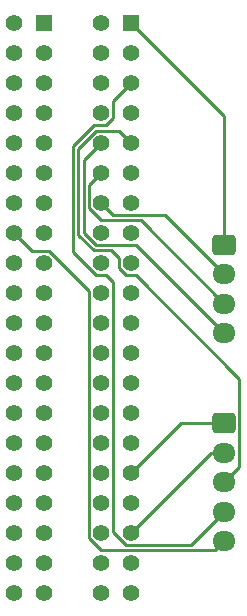
<source format=gbr>
%TF.GenerationSoftware,KiCad,Pcbnew,7.0.5*%
%TF.CreationDate,2023-12-19T10:58:39-08:00*%
%TF.ProjectId,Pi2_PiHat,5069325f-5069-4486-9174-2e6b69636164,rev?*%
%TF.SameCoordinates,Original*%
%TF.FileFunction,Copper,L1,Top*%
%TF.FilePolarity,Positive*%
%FSLAX46Y46*%
G04 Gerber Fmt 4.6, Leading zero omitted, Abs format (unit mm)*
G04 Created by KiCad (PCBNEW 7.0.5) date 2023-12-19 10:58:39*
%MOMM*%
%LPD*%
G01*
G04 APERTURE LIST*
G04 Aperture macros list*
%AMRoundRect*
0 Rectangle with rounded corners*
0 $1 Rounding radius*
0 $2 $3 $4 $5 $6 $7 $8 $9 X,Y pos of 4 corners*
0 Add a 4 corners polygon primitive as box body*
4,1,4,$2,$3,$4,$5,$6,$7,$8,$9,$2,$3,0*
0 Add four circle primitives for the rounded corners*
1,1,$1+$1,$2,$3*
1,1,$1+$1,$4,$5*
1,1,$1+$1,$6,$7*
1,1,$1+$1,$8,$9*
0 Add four rect primitives between the rounded corners*
20,1,$1+$1,$2,$3,$4,$5,0*
20,1,$1+$1,$4,$5,$6,$7,0*
20,1,$1+$1,$6,$7,$8,$9,0*
20,1,$1+$1,$8,$9,$2,$3,0*%
G04 Aperture macros list end*
%TA.AperFunction,ComponentPad*%
%ADD10RoundRect,0.250000X-0.725000X0.600000X-0.725000X-0.600000X0.725000X-0.600000X0.725000X0.600000X0*%
%TD*%
%TA.AperFunction,ComponentPad*%
%ADD11O,1.950000X1.700000*%
%TD*%
%TA.AperFunction,ComponentPad*%
%ADD12C,1.398000*%
%TD*%
%TA.AperFunction,ComponentPad*%
%ADD13R,1.398000X1.398000*%
%TD*%
%TA.AperFunction,Conductor*%
%ADD14C,0.250000*%
%TD*%
G04 APERTURE END LIST*
D10*
%TO.P,Ultrasonic2,1,Pin_1*%
%TO.N,Net-(Out1-Pin_2)*%
X86360000Y-81400000D03*
D11*
%TO.P,Ultrasonic2,2,Pin_2*%
%TO.N,Net-(Out1-Pin_13)*%
X86360000Y-83900000D03*
%TO.P,Ultrasonic2,3,Pin_3*%
%TO.N,Net-(Out1-Pin_11)*%
X86360000Y-86400000D03*
%TO.P,Ultrasonic2,4,Pin_4*%
%TO.N,Net-(Out1-Pin_9)*%
X86360000Y-88900000D03*
%TD*%
D12*
%TO.P,Out1,1,Pin_1*%
%TO.N,Net-(Out1-Pin_1)*%
X68585000Y-62640000D03*
D13*
%TO.P,Out1,2,Pin_2*%
%TO.N,Net-(Out1-Pin_2)*%
X71125000Y-62640000D03*
D12*
%TO.P,Out1,3,Pin_3*%
%TO.N,Net-(Out1-Pin_3)*%
X68585000Y-65180000D03*
%TO.P,Out1,4,Pin_4*%
%TO.N,Net-(Out1-Pin_4)*%
X71125000Y-65180000D03*
%TO.P,Out1,5,Pin_5*%
%TO.N,Net-(Out1-Pin_5)*%
X68585000Y-67720000D03*
%TO.P,Out1,6,Pin_6*%
%TO.N,Net-(Out1-Pin_6)*%
X71125000Y-67720000D03*
%TO.P,Out1,7,Pin_7*%
%TO.N,Net-(Out1-Pin_7)*%
X68585000Y-70260000D03*
%TO.P,Out1,8,Pin_8*%
%TO.N,Net-(Out1-Pin_8)*%
X71125000Y-70260000D03*
%TO.P,Out1,9,Pin_9*%
%TO.N,Net-(Out1-Pin_9)*%
X68585000Y-72800000D03*
%TO.P,Out1,10,Pin_10*%
%TO.N,Net-(Out1-Pin_10)*%
X71125000Y-72800000D03*
%TO.P,Out1,11,Pin_11*%
%TO.N,Net-(Out1-Pin_11)*%
X68585000Y-75340000D03*
%TO.P,Out1,12,Pin_12*%
%TO.N,Net-(Out1-Pin_12)*%
X71125000Y-75340000D03*
%TO.P,Out1,13,Pin_13*%
%TO.N,Net-(Out1-Pin_13)*%
X68585000Y-77880000D03*
%TO.P,Out1,14,Pin_14*%
%TO.N,Net-(Out1-Pin_14)*%
X71125000Y-77880000D03*
%TO.P,Out1,15,Pin_15*%
%TO.N,Net-(Out1-Pin_15)*%
X68585000Y-80420000D03*
%TO.P,Out1,16,Pin_16*%
%TO.N,Net-(Out1-Pin_16)*%
X71125000Y-80420000D03*
%TO.P,Out1,17,Pin_17*%
%TO.N,Net-(Out1-Pin_17)*%
X68585000Y-82960000D03*
%TO.P,Out1,18,Pin_18*%
%TO.N,Net-(Out1-Pin_18)*%
X71125000Y-82960000D03*
%TO.P,Out1,19,Pin_19*%
%TO.N,Net-(Out1-Pin_19)*%
X68585000Y-85500000D03*
%TO.P,Out1,20,Pin_20*%
%TO.N,Net-(Out1-Pin_20)*%
X71125000Y-85500000D03*
%TO.P,Out1,21,Pin_21*%
%TO.N,Net-(Out1-Pin_21)*%
X68585000Y-88040000D03*
%TO.P,Out1,22,Pin_22*%
%TO.N,Net-(Out1-Pin_22)*%
X71125000Y-88040000D03*
%TO.P,Out1,23,Pin_23*%
%TO.N,Net-(Out1-Pin_23)*%
X68585000Y-90580000D03*
%TO.P,Out1,24,Pin_24*%
%TO.N,Net-(Out1-Pin_24)*%
X71125000Y-90580000D03*
%TO.P,Out1,25,Pin_25*%
%TO.N,Net-(Out1-Pin_25)*%
X68585000Y-93120000D03*
%TO.P,Out1,26,Pin_26*%
%TO.N,Net-(Out1-Pin_26)*%
X71125000Y-93120000D03*
%TO.P,Out1,27,Pin_27*%
%TO.N,Net-(Out1-Pin_27)*%
X68585000Y-95660000D03*
%TO.P,Out1,28,Pin_28*%
%TO.N,Net-(Out1-Pin_28)*%
X71125000Y-95660000D03*
%TO.P,Out1,29,Pin_29*%
%TO.N,Net-(Out1-Pin_29)*%
X68585000Y-98200000D03*
%TO.P,Out1,30,Pin_30*%
%TO.N,Net-(Out1-Pin_30)*%
X71125000Y-98200000D03*
%TO.P,Out1,31,Pin_31*%
%TO.N,Net-(Out1-Pin_31)*%
X68585000Y-100740000D03*
%TO.P,Out1,32,Pin_32*%
%TO.N,Net-(Out1-Pin_32)*%
X71125000Y-100740000D03*
%TO.P,Out1,33,Pin_33*%
%TO.N,Net-(Out1-Pin_33)*%
X68585000Y-103280000D03*
%TO.P,Out1,34,Pin_34*%
%TO.N,Net-(Out1-Pin_34)*%
X71125000Y-103280000D03*
%TO.P,Out1,35,Pin_35*%
%TO.N,Net-(Out1-Pin_35)*%
X68585000Y-105820000D03*
%TO.P,Out1,36,Pin_36*%
%TO.N,Net-(Out1-Pin_36)*%
X71125000Y-105820000D03*
%TO.P,Out1,37,Pin_37*%
%TO.N,Net-(Out1-Pin_37)*%
X68585000Y-108360000D03*
%TO.P,Out1,38,Pin_38*%
%TO.N,Net-(Out1-Pin_38)*%
X71125000Y-108360000D03*
%TO.P,Out1,39,Pin_39*%
%TO.N,Net-(Out1-Pin_39)*%
X68585000Y-110900000D03*
%TO.P,Out1,40,Pin_40*%
%TO.N,Net-(Out1-Pin_40)*%
X71125000Y-110900000D03*
%TD*%
%TO.P,PI_to_Header1,1,Pin_1*%
%TO.N,Net-(Out1-Pin_1)*%
X75940000Y-62640000D03*
D13*
%TO.P,PI_to_Header1,2,Pin_2*%
%TO.N,Net-(Out1-Pin_2)*%
X78480000Y-62640000D03*
D12*
%TO.P,PI_to_Header1,3,Pin_3*%
%TO.N,Net-(Out1-Pin_3)*%
X75940000Y-65180000D03*
%TO.P,PI_to_Header1,4,Pin_4*%
%TO.N,Net-(Out1-Pin_4)*%
X78480000Y-65180000D03*
%TO.P,PI_to_Header1,5,Pin_5*%
%TO.N,Net-(Out1-Pin_5)*%
X75940000Y-67720000D03*
%TO.P,PI_to_Header1,6,Pin_6*%
%TO.N,Net-(Out1-Pin_6)*%
X78480000Y-67720000D03*
%TO.P,PI_to_Header1,7,Pin_7*%
%TO.N,Net-(Out1-Pin_7)*%
X75940000Y-70260000D03*
%TO.P,PI_to_Header1,8,Pin_8*%
%TO.N,Net-(Out1-Pin_8)*%
X78480000Y-70260000D03*
%TO.P,PI_to_Header1,9,Pin_9*%
%TO.N,Net-(Out1-Pin_9)*%
X75940000Y-72800000D03*
%TO.P,PI_to_Header1,10,Pin_10*%
%TO.N,Net-(Out1-Pin_10)*%
X78480000Y-72800000D03*
%TO.P,PI_to_Header1,11,Pin_11*%
%TO.N,Net-(Out1-Pin_11)*%
X75940000Y-75340000D03*
%TO.P,PI_to_Header1,12,Pin_12*%
%TO.N,Net-(Out1-Pin_12)*%
X78480000Y-75340000D03*
%TO.P,PI_to_Header1,13,Pin_13*%
%TO.N,Net-(Out1-Pin_13)*%
X75940000Y-77880000D03*
%TO.P,PI_to_Header1,14,Pin_14*%
%TO.N,Net-(Out1-Pin_14)*%
X78480000Y-77880000D03*
%TO.P,PI_to_Header1,15,Pin_15*%
%TO.N,Net-(Out1-Pin_15)*%
X75940000Y-80420000D03*
%TO.P,PI_to_Header1,16,Pin_16*%
%TO.N,Net-(Out1-Pin_16)*%
X78480000Y-80420000D03*
%TO.P,PI_to_Header1,17,Pin_17*%
%TO.N,Net-(Out1-Pin_17)*%
X75940000Y-82960000D03*
%TO.P,PI_to_Header1,18,Pin_18*%
%TO.N,Net-(Out1-Pin_18)*%
X78480000Y-82960000D03*
%TO.P,PI_to_Header1,19,Pin_19*%
%TO.N,Net-(Out1-Pin_19)*%
X75940000Y-85500000D03*
%TO.P,PI_to_Header1,20,Pin_20*%
%TO.N,Net-(Out1-Pin_20)*%
X78480000Y-85500000D03*
%TO.P,PI_to_Header1,21,Pin_21*%
%TO.N,Net-(Out1-Pin_21)*%
X75940000Y-88040000D03*
%TO.P,PI_to_Header1,22,Pin_22*%
%TO.N,Net-(Out1-Pin_22)*%
X78480000Y-88040000D03*
%TO.P,PI_to_Header1,23,Pin_23*%
%TO.N,Net-(Out1-Pin_23)*%
X75940000Y-90580000D03*
%TO.P,PI_to_Header1,24,Pin_24*%
%TO.N,Net-(Out1-Pin_24)*%
X78480000Y-90580000D03*
%TO.P,PI_to_Header1,25,Pin_25*%
%TO.N,Net-(Out1-Pin_25)*%
X75940000Y-93120000D03*
%TO.P,PI_to_Header1,26,Pin_26*%
%TO.N,Net-(Out1-Pin_26)*%
X78480000Y-93120000D03*
%TO.P,PI_to_Header1,27,Pin_27*%
%TO.N,Net-(Out1-Pin_27)*%
X75940000Y-95660000D03*
%TO.P,PI_to_Header1,28,Pin_28*%
%TO.N,Net-(Out1-Pin_28)*%
X78480000Y-95660000D03*
%TO.P,PI_to_Header1,29,Pin_29*%
%TO.N,Net-(Out1-Pin_29)*%
X75940000Y-98200000D03*
%TO.P,PI_to_Header1,30,Pin_30*%
%TO.N,Net-(Out1-Pin_30)*%
X78480000Y-98200000D03*
%TO.P,PI_to_Header1,31,Pin_31*%
%TO.N,Net-(Out1-Pin_31)*%
X75940000Y-100740000D03*
%TO.P,PI_to_Header1,32,Pin_32*%
%TO.N,Net-(Out1-Pin_32)*%
X78480000Y-100740000D03*
%TO.P,PI_to_Header1,33,Pin_33*%
%TO.N,Net-(Out1-Pin_33)*%
X75940000Y-103280000D03*
%TO.P,PI_to_Header1,34,Pin_34*%
%TO.N,Net-(Out1-Pin_34)*%
X78480000Y-103280000D03*
%TO.P,PI_to_Header1,35,Pin_35*%
%TO.N,Net-(Out1-Pin_35)*%
X75940000Y-105820000D03*
%TO.P,PI_to_Header1,36,Pin_36*%
%TO.N,Net-(Out1-Pin_36)*%
X78480000Y-105820000D03*
%TO.P,PI_to_Header1,37,Pin_37*%
%TO.N,Net-(Out1-Pin_37)*%
X75940000Y-108360000D03*
%TO.P,PI_to_Header1,38,Pin_38*%
%TO.N,Net-(Out1-Pin_38)*%
X78480000Y-108360000D03*
%TO.P,PI_to_Header1,39,Pin_39*%
%TO.N,Net-(Out1-Pin_39)*%
X75940000Y-110900000D03*
%TO.P,PI_to_Header1,40,Pin_40*%
%TO.N,Net-(Out1-Pin_40)*%
X78480000Y-110900000D03*
%TD*%
D10*
%TO.P,Pi1_to_Pi2,1,Pin_1*%
%TO.N,Net-(Out1-Pin_32)*%
X86360000Y-96520000D03*
D11*
%TO.P,Pi1_to_Pi2,2,Pin_2*%
%TO.N,Net-(Out1-Pin_36)*%
X86360000Y-99020000D03*
%TO.P,Pi1_to_Pi2,3,Pin_3*%
%TO.N,Net-(Out1-Pin_10)*%
X86360000Y-101520000D03*
%TO.P,Pi1_to_Pi2,4,Pin_4*%
%TO.N,Net-(Out1-Pin_6)*%
X86360000Y-104020000D03*
%TO.P,Pi1_to_Pi2,5,Pin_5*%
%TO.N,Net-(Out1-Pin_15)*%
X86360000Y-106520000D03*
%TD*%
D14*
%TO.N,Net-(Out1-Pin_2)*%
X86360000Y-81400000D02*
X86360000Y-70520000D01*
X86360000Y-70520000D02*
X78480000Y-62640000D01*
%TO.N,Net-(Out1-Pin_9)*%
X74466000Y-80394155D02*
X74466000Y-74274000D01*
X86360000Y-88900000D02*
X78904000Y-81444000D01*
X74466000Y-74274000D02*
X75940000Y-72800000D01*
X78904000Y-81444000D02*
X75515845Y-81444000D01*
X75515845Y-81444000D02*
X74466000Y-80394155D01*
%TO.N,Net-(Out1-Pin_11)*%
X86360000Y-86400000D02*
X79314000Y-79354000D01*
X79314000Y-79354000D02*
X75965845Y-79354000D01*
X74916000Y-76364000D02*
X75940000Y-75340000D01*
X75965845Y-79354000D02*
X74916000Y-78304155D01*
X74916000Y-78304155D02*
X74916000Y-76364000D01*
%TO.N,Net-(Out1-Pin_13)*%
X86360000Y-83900000D02*
X81364000Y-78904000D01*
X76964000Y-78904000D02*
X75940000Y-77880000D01*
X81364000Y-78904000D02*
X76964000Y-78904000D01*
%TO.N,Net-(Out1-Pin_6)*%
X78055845Y-106844000D02*
X76964000Y-105752155D01*
X76364155Y-83984000D02*
X75515845Y-83984000D01*
X75515845Y-83984000D02*
X73566000Y-82034155D01*
X76964000Y-84583845D02*
X76364155Y-83984000D01*
X73566000Y-82034155D02*
X73566000Y-73089449D01*
X76964000Y-70684155D02*
X76964000Y-69236000D01*
X75371449Y-71284000D02*
X76364155Y-71284000D01*
X83536000Y-106844000D02*
X78055845Y-106844000D01*
X76964000Y-105752155D02*
X76964000Y-84583845D01*
X76364155Y-71284000D02*
X76964000Y-70684155D01*
X86360000Y-104020000D02*
X83536000Y-106844000D01*
X73566000Y-73089449D02*
X75371449Y-71284000D01*
X76964000Y-69236000D02*
X78480000Y-67720000D01*
%TO.N,Net-(Out1-Pin_10)*%
X74016000Y-80580551D02*
X74016000Y-73275845D01*
X77456000Y-83384155D02*
X77456000Y-82535845D01*
X77456000Y-71776000D02*
X78480000Y-72800000D01*
X75515845Y-71776000D02*
X77456000Y-71776000D01*
X74016000Y-73275845D02*
X75515845Y-71776000D01*
X87660000Y-100220000D02*
X87660000Y-92739845D01*
X78055845Y-83984000D02*
X77456000Y-83384155D01*
X77456000Y-82535845D02*
X76814155Y-81894000D01*
X76814155Y-81894000D02*
X75329449Y-81894000D01*
X78904155Y-83984000D02*
X78055845Y-83984000D01*
X87660000Y-92739845D02*
X78904155Y-83984000D01*
X86360000Y-101520000D02*
X87660000Y-100220000D01*
X75329449Y-81894000D02*
X74016000Y-80580551D01*
%TO.N,Net-(Out1-Pin_15)*%
X74916000Y-85302845D02*
X71549155Y-81936000D01*
X70101000Y-81936000D02*
X68585000Y-80420000D01*
X86360000Y-106520000D02*
X85586000Y-107294000D01*
X74916000Y-106244155D02*
X74916000Y-85302845D01*
X71549155Y-81936000D02*
X70101000Y-81936000D01*
X85586000Y-107294000D02*
X75965845Y-107294000D01*
X75965845Y-107294000D02*
X74916000Y-106244155D01*
%TO.N,Net-(Out1-Pin_32)*%
X86360000Y-96520000D02*
X82700000Y-96520000D01*
X82700000Y-96520000D02*
X78480000Y-100740000D01*
%TO.N,Net-(Out1-Pin_36)*%
X85280000Y-99020000D02*
X78480000Y-105820000D01*
X86360000Y-99020000D02*
X85280000Y-99020000D01*
%TD*%
M02*

</source>
